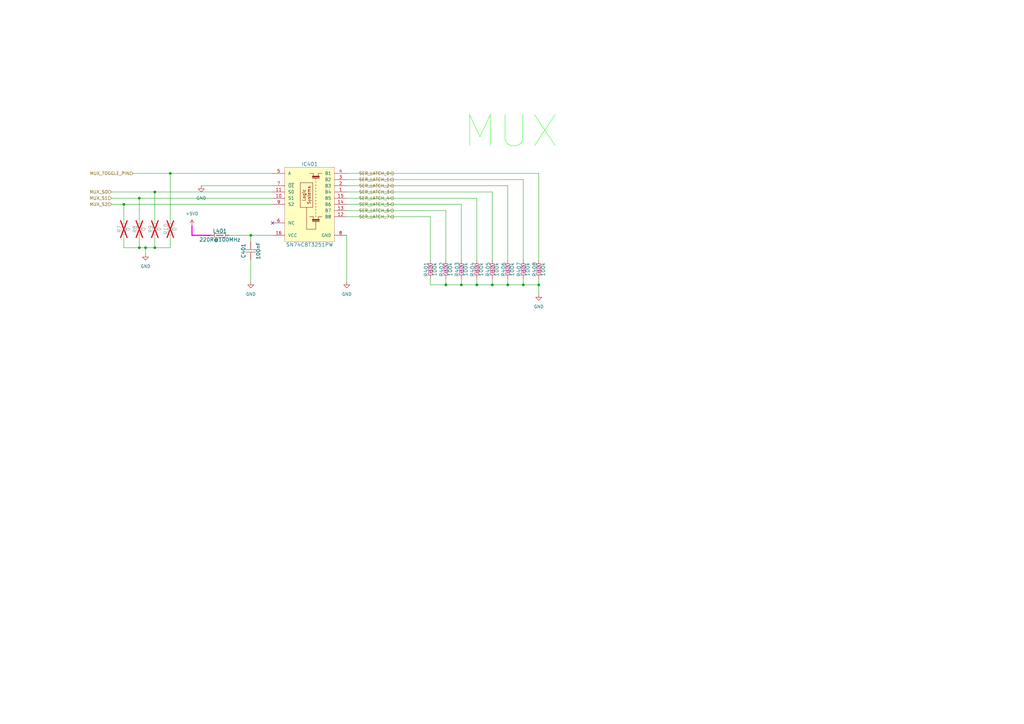
<source format=kicad_sch>
(kicad_sch (version 20250114) (generator "eeschema") (generator_version "9.0")
  (paper "A3")
  (title_block (date "2025-04-16") (company "CERN") (comment 1 "Design by A. Jevtic"))
  (lib_symbols
    (symbol "CERN:Analog & Interface/SN74CBT3251PW" (pin_names (offset 1.27))
      (property "Reference" "IC" (at 10.16 1.27 0))
      (property "Value" "${DEVICE}" (at 10.16 -31.75 0))
      (symbol "Analog & Interface/SN74CBT3251PW_1_0"
        (polyline (pts (xy 6.35 -6.35) (xy 11.43 -6.35) (xy 11.43 -16.51) (xy 6.35 -16.51) (xy 6.35 -6.35)))
        (polyline (pts (xy 10.16 -2.54) (xy 11.684 -2.54)))
        (polyline (pts (xy 10.16 -20.32) (xy 11.684 -20.32)))
        (polyline (pts (xy 11.684 -3.81) (xy 11.684 -2.54)))
        (polyline (pts (xy 11.684 -21.59) (xy 11.684 -20.32)))
        (polyline (pts (xy 12.7 -4.572) (xy 12.7 -5.08)))
        (polyline (pts (xy 12.7 -5.842) (xy 12.7 -6.35)))
        (polyline (pts (xy 12.7 -7.112) (xy 12.7 -7.62)))
        (polyline (pts (xy 12.7 -8.382) (xy 12.7 -8.89)))
        (polyline (pts (xy 12.7 -9.652) (xy 12.7 -10.16)))
        (polyline (pts (xy 12.7 -10.922) (xy 12.7 -11.43)))
        (polyline (pts (xy 12.7 -12.192) (xy 12.7 -12.7)))
        (polyline (pts (xy 12.7 -13.462) (xy 12.7 -13.97)))
        (polyline (pts (xy 12.7 -14.732) (xy 12.7 -15.24)))
        (polyline (pts (xy 12.7 -16.002) (xy 12.7 -16.51)))
        (polyline (pts (xy 12.7 -17.272) (xy 12.7 -17.78)))
        (polyline (pts (xy 12.7 -18.542) (xy 12.7 -19.05)))
        (polyline (pts (xy 12.7 -19.812) (xy 12.7 -20.32)))
        (polyline (pts (xy 12.7 -22.352) (xy 12.7 -25.4)))
        (polyline (pts (xy 12.7 -25.4) (xy 8.89 -25.4) (xy 8.89 -16.51)))
        (polyline (pts (xy 13.716 -2.54) (xy 15.24 -2.54)))
        (polyline (pts (xy 13.716 -3.81) (xy 13.716 -2.54)))
        (polyline (pts (xy 13.716 -20.32) (xy 15.24 -20.32)))
        (polyline (pts (xy 13.716 -21.59) (xy 13.716 -20.32)))
        (rectangle (start 14.224 -3.556) (end 11.176 -4.064) (stroke (width -0.0001)) (fill (type outline)))
        (polyline (pts (xy 14.224 -4.572) (xy 14.224 -4.318) (xy 11.176 -4.318) (xy 11.176 -4.572) (xy 14.224 -4.572)) (stroke (width -0.0001)) (fill (type outline)))
        (rectangle (start 14.224 -21.336) (end 11.176 -21.844) (stroke (width -0.0001)) (fill (type outline)))
        (polyline (pts (xy 14.224 -22.352) (xy 14.224 -22.098) (xy 11.176 -22.098) (xy 11.176 -22.352) (xy 14.224 -22.352)) (stroke (width -0.0001)) (fill (type outline)))
        (rectangle (start 20.32 0) (end 0 -30.48) (stroke (width 0.0254) (color 128 0 0 1)) (fill (type background)))
        (text "Logic" (at 7.874 -11.43 900) (effects (font (size 1.2192 1.2192))))
        (text "Systems" (at 9.906 -11.43 900) (effects (font (size 1.2192 1.2192))))
        (pin bidirectional line (at -5.08 -2.54 0) (length 5.08) (name "A") (number "5"))
        (pin input line (at -5.08 -7.62 0) (length 5.08) (name "~{OE}") (number "7"))
        (pin input line (at -5.08 -10.16 0) (length 5.08) (name "S0") (number "11"))
        (pin input line (at -5.08 -12.7 0) (length 5.08) (name "S1") (number "10"))
        (pin input line (at -5.08 -15.24 0) (length 5.08) (name "S2") (number "9"))
        (pin passive line (at -5.08 -22.86 0) (length 5.08) (name "NC") (number "6"))
        (pin power_in line (at -5.08 -27.94 0) (length 5.08) (name "VCC") (number "16"))
        (pin bidirectional line (at 25.4 -2.54 180) (length 5.08) (name "B1") (number "4"))
        (pin bidirectional line (at 25.4 -5.08 180) (length 5.08) (name "B2") (number "3"))
        (pin bidirectional line (at 25.4 -7.62 180) (length 5.08) (name "B3") (number "2"))
        (pin bidirectional line (at 25.4 -10.16 180) (length 5.08) (name "B4") (number "1"))
        (pin bidirectional line (at 25.4 -12.7 180) (length 5.08) (name "B5") (number "15"))
        (pin bidirectional line (at 25.4 -15.24 180) (length 5.08) (name "B6") (number "14"))
        (pin bidirectional line (at 25.4 -17.78 180) (length 5.08) (name "B7") (number "13"))
        (pin bidirectional line (at 25.4 -20.32 180) (length 5.08) (name "B8") (number "12"))
        (pin power_in line (at 25.4 -27.94 180) (length 5.08) (name "GND") (number "8"))
      )
    )
    (symbol "CERN:Capacitors SMD/CC0402_100NF_25V_10%_X7R_YUDEN_TMK105B7104KVHF" (pin_numbers (hide yes)) (pin_names (offset 1.27) (hide yes))
      (property "Reference" "C" (at 3.81 3.048 0))
      (property "Value" "100nF" (at 3.81 -3.048 0))
      (symbol "Capacitors SMD/CC0402_100NF_25V_10%_X7R_YUDEN_TMK105B7104KVHF_1_0"
        (polyline (pts (xy 2.54 0) (xy 3.302 0)))
        (polyline (pts (xy 3.302 -2.032) (xy 3.302 2.032)))
        (polyline (pts (xy 4.318 2.032) (xy 4.318 -2.032)))
        (polyline (pts (xy 5.08 0) (xy 4.318 0)))
        (pin passive line (at 0 0 0) (length 2.54) (name "1") (number "1"))
        (pin passive line (at 7.62 0 180) (length 2.54) (name "2") (number "2"))
      )
    )
    (symbol "CERN:Inductors SMD/IND0603_MURATA_BLM18SG221TN1 [alt]" (pin_numbers (hide yes)) (pin_names (offset 1.27) (hide yes))
      (property "Reference" "L" (at 3.81 1.778 0))
      (property "Value" "220R@100MHz" (at 3.81 -1.778 0))
      (symbol "Inductors SMD/IND0603_MURATA_BLM18SG221TN1 [alt]_1_0"
        (polyline (pts (xy 1.524 0.762) (xy 1.524 -0.762)))
        (polyline (pts (xy 1.524 -0.762) (xy 6.096 -0.762)))
        (rectangle (start 5.334 0.127) (end 2.286 -0.127) (stroke (width -0.0001)) (fill (type outline)))
        (polyline (pts (xy 6.096 0.762) (xy 1.524 0.762)))
        (polyline (pts (xy 6.096 -0.762) (xy 6.096 0.762)))
        (pin passive line (at 0 0 0) (length 1.524) (name "1") (number "1"))
        (pin passive line (at 7.62 0 180) (length 1.524) (name "2") (number "2"))
      )
    )
    (symbol "CERN:Resistors SMD/R0402_0R_JUMPER" (pin_numbers (hide yes)) (pin_names (offset 1.27) (hide yes))
      (property "Reference" "R" (at 3.81 1.778 0))
      (property "Value" "0" (at 3.81 -1.778 0))
      (symbol "Resistors SMD/R0402_0R_JUMPER_1_0"
        (polyline (pts (xy 1.524 0.762) (xy 1.524 -0.762)))
        (polyline (pts (xy 1.524 -0.762) (xy 6.096 -0.762)))
        (polyline (pts (xy 6.096 0.762) (xy 1.524 0.762)))
        (polyline (pts (xy 6.096 -0.762) (xy 6.096 0.762)))
        (pin passive line (at 0 0 0) (length 1.524) (name "1") (number "1"))
        (pin passive line (at 7.62 0 180) (length 1.524) (name "2") (number "2"))
      )
    )
    (symbol "CERN:Resistors SMD/R0402_10K_0.1%_0.063W_25PPM" (pin_numbers (hide yes)) (pin_names (offset 1.27) (hide yes))
      (property "Reference" "R" (at 3.81 1.778 0))
      (property "Value" "10k" (at 3.81 -1.778 0))
      (property "Tolerance" "±0.1%" (at 3.81 0 0))
      (symbol "Resistors SMD/R0402_10K_0.1%_0.063W_25PPM_1_0"
        (polyline (pts (xy 1.524 0.762) (xy 1.524 -0.762)))
        (polyline (pts (xy 1.524 -0.762) (xy 6.096 -0.762)))
        (polyline (pts (xy 6.096 0.762) (xy 1.524 0.762)))
        (polyline (pts (xy 6.096 -0.762) (xy 6.096 0.762)))
        (pin passive line (at 0 0 0) (length 1.524) (name "1") (number "1"))
        (pin passive line (at 7.62 0 180) (length 1.524) (name "2") (number "2"))
      )
    )
    (symbol "power:+5VA" (power) (pin_numbers (hide yes)) (pin_names (offset 0) (hide yes))
      (property "Value" "+5VA" (at 0 3.556 0))
      (symbol "+5VA_0_1"
        (polyline (pts (xy -0.762 1.27) (xy 0 2.54)))
        (polyline (pts (xy 0 2.54) (xy 0.762 1.27)))
        (polyline (pts (xy 0 0) (xy 0 2.54)))
      )
      (symbol "+5VA_1_1"
        (pin power_in line (at 0 0 90) (length 0) (name "~") (number "1"))
      )
    )
    (symbol "power:GND" (power) (pin_numbers (hide yes)) (pin_names (offset 0) (hide yes))
      (property "Value" "GND" (at 0 -3.81 0))
      (symbol "GND_0_1"
        (polyline (pts (xy 0 0) (xy 0 -1.27) (xy 1.27 -1.27) (xy 0 -2.54) (xy -1.27 -1.27) (xy 0 -1.27)))
      )
      (symbol "GND_1_1"
        (pin power_in line (at 0 0 270) (length 0) (name "~") (number "1"))
      )
    )
  )
  (text "MUX\n" (at 209.55 54.102 0) (effects (font (size 12.7 12.7))))
  (junction (at 63.5 78.74))
  (junction (at 189.23 116.84))
  (junction (at 63.5 101.6))
  (junction (at 214.63 116.84))
  (junction (at 59.69 101.6))
  (junction (at 182.88 116.84))
  (junction (at 102.87 96.52))
  (junction (at 208.28 116.84))
  (junction (at 220.98 116.84))
  (junction (at 50.8 83.82))
  (junction (at 57.15 81.28))
  (junction (at 69.85 71.12))
  (junction (at 195.58 116.84))
  (junction (at 201.93 116.84))
  (junction (at 57.15 101.6))
  (no_connect (at 111.76 91.44))
  (wire (pts (xy 176.53 114.3) (xy 176.53 116.84)))
  (wire (pts (xy 220.98 71.12) (xy 220.98 106.68)))
  (wire (pts (xy 59.69 104.14) (xy 59.69 101.6)))
  (wire (pts (xy 50.8 83.82) (xy 111.76 83.82)))
  (wire (pts (xy 50.8 101.6) (xy 57.15 101.6)))
  (wire (pts (xy 63.5 101.6) (xy 63.5 97.79)))
  (wire (pts (xy 102.87 96.52) (xy 111.76 96.52)))
  (wire (pts (xy 69.85 90.17) (xy 69.85 71.12)))
  (wire (pts (xy 45.72 78.74) (xy 63.5 78.74)))
  (wire (pts (xy 69.85 97.79) (xy 69.85 101.6)))
  (wire (pts (xy 57.15 90.17) (xy 57.15 81.28)))
  (wire (pts (xy 189.23 116.84) (xy 195.58 116.84)))
  (wire (pts (xy 142.24 76.2) (xy 208.28 76.2)))
  (wire (pts (xy 189.23 83.82) (xy 189.23 106.68)))
  (wire (pts (xy 63.5 78.74) (xy 111.76 78.74)))
  (wire (pts (xy 45.72 81.28) (xy 57.15 81.28)))
  (wire (pts (xy 208.28 114.3) (xy 208.28 116.84)))
  (wire (pts (xy 54.61 71.12) (xy 69.85 71.12)))
  (wire (pts (xy 57.15 81.28) (xy 111.76 81.28)))
  (wire (pts (xy 214.63 73.66) (xy 214.63 106.68)))
  (wire (pts (xy 63.5 90.17) (xy 63.5 78.74)))
  (wire (pts (xy 45.72 83.82) (xy 50.8 83.82)))
  (wire (pts (xy 201.93 116.84) (xy 208.28 116.84)))
  (wire (pts (xy 214.63 114.3) (xy 214.63 116.84)))
  (wire (pts (xy 142.24 96.52) (xy 142.24 115.57)))
  (wire (pts (xy 78.74 92.71) (xy 78.74 96.52)) (stroke (width 0.508) (color 255 0 255 1)))
  (wire (pts (xy 142.24 81.28) (xy 195.58 81.28)))
  (wire (pts (xy 59.69 101.6) (xy 63.5 101.6)))
  (wire (pts (xy 82.55 76.2) (xy 111.76 76.2)))
  (wire (pts (xy 57.15 101.6) (xy 59.69 101.6)))
  (wire (pts (xy 142.24 88.9) (xy 176.53 88.9)))
  (wire (pts (xy 142.24 71.12) (xy 220.98 71.12)))
  (wire (pts (xy 69.85 71.12) (xy 111.76 71.12)))
  (wire (pts (xy 50.8 90.17) (xy 50.8 83.82)))
  (wire (pts (xy 182.88 116.84) (xy 189.23 116.84)))
  (wire (pts (xy 195.58 116.84) (xy 201.93 116.84)))
  (wire (pts (xy 102.87 106.68) (xy 102.87 115.57)))
  (wire (pts (xy 195.58 114.3) (xy 195.58 116.84)))
  (wire (pts (xy 201.93 114.3) (xy 201.93 116.84)))
  (wire (pts (xy 50.8 97.79) (xy 50.8 101.6)))
  (wire (pts (xy 182.88 86.36) (xy 182.88 106.68)))
  (wire (pts (xy 102.87 96.52) (xy 102.87 99.06)))
  (wire (pts (xy 93.98 96.52) (xy 102.87 96.52)))
  (wire (pts (xy 142.24 73.66) (xy 214.63 73.66)))
  (wire (pts (xy 208.28 76.2) (xy 208.28 106.68)))
  (wire (pts (xy 176.53 88.9) (xy 176.53 106.68)))
  (wire (pts (xy 214.63 116.84) (xy 220.98 116.84)))
  (wire (pts (xy 142.24 78.74) (xy 201.93 78.74)))
  (wire (pts (xy 142.24 86.36) (xy 182.88 86.36)))
  (wire (pts (xy 176.53 116.84) (xy 182.88 116.84)))
  (wire (pts (xy 189.23 114.3) (xy 189.23 116.84)))
  (wire (pts (xy 201.93 78.74) (xy 201.93 106.68)))
  (wire (pts (xy 220.98 116.84) (xy 220.98 120.65)))
  (wire (pts (xy 182.88 114.3) (xy 182.88 116.84)))
  (wire (pts (xy 208.28 116.84) (xy 214.63 116.84)))
  (wire (pts (xy 220.98 116.84) (xy 220.98 114.3)))
  (wire (pts (xy 69.85 101.6) (xy 63.5 101.6)))
  (wire (pts (xy 142.24 83.82) (xy 189.23 83.82)))
  (wire (pts (xy 195.58 81.28) (xy 195.58 106.68)))
  (wire (pts (xy 57.15 97.79) (xy 57.15 101.6)))
  (wire (pts (xy 78.74 96.52) (xy 86.36 96.52)) (stroke (width 0.508) (color 255 0 255 1)))
  (hierarchical_label "SER_LATCH_6" (shape output) (at 161.29 86.36 180))
  (hierarchical_label "MUX_S0" (shape input) (at 45.72 78.74 180))
  (hierarchical_label "MUX_S2" (shape input) (at 45.72 83.82 180))
  (hierarchical_label "SER_LATCH_5" (shape output) (at 161.29 83.82 180))
  (hierarchical_label "MUX_TOGGLE_PIN" (shape input) (at 54.61 71.12 180))
  (hierarchical_label "SER_LATCH_2" (shape output) (at 161.29 76.2 180))
  (hierarchical_label "SER_LATCH_1" (shape output) (at 161.29 73.66 180))
  (hierarchical_label "SER_LATCH_3" (shape output) (at 161.29 78.74 180))
  (hierarchical_label "MUX_S1" (shape input) (at 45.72 81.28 180))
  (hierarchical_label "SER_LATCH_0" (shape output) (at 161.29 71.12 180))
  (hierarchical_label "SER_LATCH_7" (shape output) (at 161.29 88.9 180))
  (hierarchical_label "SER_LATCH_4" (shape output) (at 161.29 81.28 180))
  (symbol (lib_id "power:GND") (at 102.87 115.57 0) (mirror y) (unit 1)
    (property "Reference" "#PWR0403" (effects (hide yes)))
    (property "Value" "GND" (at 102.87 120.65 0))
    (property "Description" "Power symbol creates a global label with name \"GND\" , ground" (effects (hide yes)))
  )
  (symbol (lib_id "power:GND") (at 142.24 115.57 0) (mirror y) (unit 1)
    (property "Reference" "#PWR0404" (effects (hide yes)))
    (property "Value" "GND" (at 142.24 120.65 0))
    (property "Description" "Power symbol creates a global label with name \"GND\" , ground" (effects (hide yes)))
  )
  (symbol (lib_id "CERN:Resistors SMD/R0402_0R_JUMPER") (at 57.15 97.79 90) (unit 1) (dnp yes)
    (property "Reference" "R8" (at 55.372 93.98 0) (effects (font (size 1.524 1.524))))
    (property "Value" "0" (at 58.928 93.98 0) (effects (font (size 1.524 1.524))))
    (property "Footprint" "Resistors SMD:RESC1005X40N" (effects (hide yes)))
    (property "Datasheet" "${CERN_DATASHEET_DIR}\\R0402_Phycomp_RC0402.pdf" (effects (hide yes)))
    (property "Description" "1A (0.05R Max DC Resistance) Zero Ohm Jumper" (effects (hide yes)))
    (property "Manufacturer" "GENERIC" (effects (hide yes)))
    (property "Comment" "0" (effects (hide yes)))
    (property "Component Kind" "Standard" (effects (hide yes)))
    (property "Component Type" "Standard" (effects (hide yes)))
    (property "Pin Count" "2" (effects (hide yes)))
    (property "Status" "Not Recommended" (effects (hide yes)))
    (property "Part Description" "1A (0.05R Max DC Resistance) Zero Ohm Jumper" (effects (hide yes)))
    (property "Manufacturer Part Number" "R0402_0R_JUMPER" (effects (hide yes)))
    (property "Case" "0402" (effects (hide yes)))
    (property "PressFit" "No" (effects (hide yes)))
    (property "Mounted" "Yes" (effects (hide yes)))
    (property "Sense" "No" (effects (hide yes)))
    (property "Socket" "No" (effects (hide yes)))
    (property "SMD" "Yes" (effects (hide yes)))
    (property "Manufacturer1 Example" "YAGEO PHYCOMP" (effects (hide yes)))
    (property "Manufacturer1 Part Number" "232270591001L" (effects (hide yes)))
    (property "Manufacturer1 ComponentHeight" "0.4mm" (effects (hide yes)))
    (property "HelpURL" "\\\\cern.ch\\dfs\\Applications\\Altium\\Datasheets\\R0402_Phycomp_RC0402.pdf" (effects (hide yes)))
    (property "Author" "CERN DEM JLC" (effects (hide yes)))
    (property "CreateDate" "2007-12-03 00:00:00 +0000" (effects (hide yes)))
    (property "LatestRevisionDate" "2012-10-17 00:00:00 +0000" (effects (hide yes)))
    (property "LibSymbol" "Resistors:Resistor" (effects (hide yes)))
    (property "LibFootprint" "Resistors SMD:RESC1005X40N" (effects (hide yes)))
    (property "Part Number" "R0402_0R_JUMPER" (effects (hide yes)))
    (property "Database Name" "Resistors" (effects (hide yes)))
    (property "Database Table Name" "Resistors SMD" (effects (hide yes)))
    (property "Part Number Nocolon" "R0402_0R_JUMPER" (effects (hide yes)))
  )
  (symbol (lib_id "CERN:Resistors SMD/R0402_10K_0.1%_0.063W_25PPM") (at 220.98 114.3 90) (unit 1)
    (property "Reference" "R408" (at 219.202 110.49 0) (effects (font (size 1.524 1.524))))
    (property "Value" "100k" (at 222.758 110.49 0) (effects (font (size 1.524 1.524))))
    (property "Footprint" "Resistors SMD:RESC1005X35N" (effects (hide yes)))
    (property "Datasheet" "${CERN_DATASHEET_DIR}\\R0402_TYCO_CPF.pdf" (effects (hide yes)))
    (property "Description" "Thin Film Precision Resistor" (effects (hide yes)))
    (property "Tolerance" "±0.1%" (at 220.98 110.49 0) (effects (font (size 0.762 0.762))))
    (property "Manufacturer" "GENERIC" (effects (hide yes)))
    (property "Comment" "10k" (effects (hide yes)))
    (property "Component Kind" "Standard" (effects (hide yes)))
    (property "Component Type" "Standard" (effects (hide yes)))
    (property "Pin Count" "2" (effects (hide yes)))
    (property "Status" "Not Recommended" (effects (hide yes)))
    (property "Power" "0.063W" (effects (hide yes)))
    (property "TC" "±25ppm/°C" (effects (hide yes)))
    (property "Part Description" "Thin Film Precision Resistor" (effects (hide yes)))
    (property "Manufacturer Part Number" "R0402_10K_0.1%_0.063W_25PPM" (effects (hide yes)))
    (property "Case" "0402" (effects (hide yes)))
    (property "PressFit" "No" (effects (hide yes)))
    (property "Mounted" "Yes" (effects (hide yes)))
    (property "Sense" "No" (effects (hide yes)))
    (property "Socket" "No" (effects (hide yes)))
    (property "SMD" "Yes" (effects (hide yes)))
    (property "Manufacturer1 Example" "TE CONNECTIVITY" (effects (hide yes)))
    (property "Manufacturer1 Part Number" "CPF0402B10KE" (effects (hide yes)))
    (property "Manufacturer1 ComponentHeight" "0.35mm" (effects (hide yes)))
    (property "HelpURL" "\\\\cern.ch\\dfs\\Applications\\Altium\\Datasheets\\R0402_TYCO_CPF.pdf" (effects (hide yes)))
    (property "Author" "CERN DEM JMW" (effects (hide yes)))
    (property "CreateDate" "2015-09-22 00:00:00 +0000" (effects (hide yes)))
    (property "LatestRevisionDate" "2015-09-22 00:00:00 +0000" (effects (hide yes)))
    (property "LibSymbol" "Resistors:Resistor - 0.1%" (effects (hide yes)))
    (property "LibFootprint" "Resistors SMD:RESC1005X35N" (effects (hide yes)))
    (property "Part Number" "R0402_10K_0.1%_0.063W_25PPM" (effects (hide yes)))
    (property "Database Name" "Resistors" (effects (hide yes)))
    (property "Database Table Name" "Resistors SMD" (effects (hide yes)))
    (property "Part Number Nocolon" "R0402_10K_0.1%_0.063W_25PPM" (effects (hide yes)))
  )
  (symbol (lib_id "CERN:Resistors SMD/R0402_0R_JUMPER") (at 50.8 97.79 90) (unit 1) (dnp yes)
    (property "Reference" "R7" (at 49.022 93.98 0) (effects (font (size 1.524 1.524))))
    (property "Value" "0" (at 52.578 93.98 0) (effects (font (size 1.524 1.524))))
    (property "Footprint" "Resistors SMD:RESC1005X40N" (effects (hide yes)))
    (property "Datasheet" "${CERN_DATASHEET_DIR}\\R0402_Phycomp_RC0402.pdf" (effects (hide yes)))
    (property "Description" "1A (0.05R Max DC Resistance) Zero Ohm Jumper" (effects (hide yes)))
    (property "Manufacturer" "GENERIC" (effects (hide yes)))
    (property "Comment" "0" (effects (hide yes)))
    (property "Component Kind" "Standard" (effects (hide yes)))
    (property "Component Type" "Standard" (effects (hide yes)))
    (property "Pin Count" "2" (effects (hide yes)))
    (property "Status" "Not Recommended" (effects (hide yes)))
    (property "Part Description" "1A (0.05R Max DC Resistance) Zero Ohm Jumper" (effects (hide yes)))
    (property "Manufacturer Part Number" "R0402_0R_JUMPER" (effects (hide yes)))
    (property "Case" "0402" (effects (hide yes)))
    (property "PressFit" "No" (effects (hide yes)))
    (property "Mounted" "Yes" (effects (hide yes)))
    (property "Sense" "No" (effects (hide yes)))
    (property "Socket" "No" (effects (hide yes)))
    (property "SMD" "Yes" (effects (hide yes)))
    (property "Manufacturer1 Example" "YAGEO PHYCOMP" (effects (hide yes)))
    (property "Manufacturer1 Part Number" "232270591001L" (effects (hide yes)))
    (property "Manufacturer1 ComponentHeight" "0.4mm" (effects (hide yes)))
    (property "HelpURL" "\\\\cern.ch\\dfs\\Applications\\Altium\\Datasheets\\R0402_Phycomp_RC0402.pdf" (effects (hide yes)))
    (property "Author" "CERN DEM JLC" (effects (hide yes)))
    (property "CreateDate" "2007-12-03 00:00:00 +0000" (effects (hide yes)))
    (property "LatestRevisionDate" "2012-10-17 00:00:00 +0000" (effects (hide yes)))
    (property "LibSymbol" "Resistors:Resistor" (effects (hide yes)))
    (property "LibFootprint" "Resistors SMD:RESC1005X40N" (effects (hide yes)))
    (property "Part Number" "R0402_0R_JUMPER" (effects (hide yes)))
    (property "Database Name" "Resistors" (effects (hide yes)))
    (property "Database Table Name" "Resistors SMD" (effects (hide yes)))
    (property "Part Number Nocolon" "R0402_0R_JUMPER" (effects (hide yes)))
  )
  (symbol (lib_id "power:+5VA") (at 78.74 92.71 0) (unit 1)
    (property "Reference" "#PWR0402" (effects (hide yes)))
    (property "Value" "+5VD" (at 78.74 87.63 0))
    (property "Description" "Power symbol creates a global label with name \"+5VA\"" (effects (hide yes)))
  )
  (symbol (lib_id "CERN:Resistors SMD/R0402_10K_0.1%_0.063W_25PPM") (at 182.88 114.3 90) (unit 1)
    (property "Reference" "R402" (at 181.102 110.49 0) (effects (font (size 1.524 1.524))))
    (property "Value" "100k" (at 184.658 110.49 0) (effects (font (size 1.524 1.524))))
    (property "Footprint" "Resistors SMD:RESC1005X35N" (effects (hide yes)))
    (property "Datasheet" "${CERN_DATASHEET_DIR}\\R0402_TYCO_CPF.pdf" (effects (hide yes)))
    (property "Description" "Thin Film Precision Resistor" (effects (hide yes)))
    (property "Tolerance" "±0.1%" (at 182.88 110.49 0) (effects (font (size 0.762 0.762))))
    (property "Manufacturer" "GENERIC" (effects (hide yes)))
    (property "Comment" "10k" (effects (hide yes)))
    (property "Component Kind" "Standard" (effects (hide yes)))
    (property "Component Type" "Standard" (effects (hide yes)))
    (property "Pin Count" "2" (effects (hide yes)))
    (property "Status" "Not Recommended" (effects (hide yes)))
    (property "Power" "0.063W" (effects (hide yes)))
    (property "TC" "±25ppm/°C" (effects (hide yes)))
    (property "Part Description" "Thin Film Precision Resistor" (effects (hide yes)))
    (property "Manufacturer Part Number" "R0402_10K_0.1%_0.063W_25PPM" (effects (hide yes)))
    (property "Case" "0402" (effects (hide yes)))
    (property "PressFit" "No" (effects (hide yes)))
    (property "Mounted" "Yes" (effects (hide yes)))
    (property "Sense" "No" (effects (hide yes)))
    (property "Socket" "No" (effects (hide yes)))
    (property "SMD" "Yes" (effects (hide yes)))
    (property "Manufacturer1 Example" "TE CONNECTIVITY" (effects (hide yes)))
    (property "Manufacturer1 Part Number" "CPF0402B10KE" (effects (hide yes)))
    (property "Manufacturer1 ComponentHeight" "0.35mm" (effects (hide yes)))
    (property "HelpURL" "\\\\cern.ch\\dfs\\Applications\\Altium\\Datasheets\\R0402_TYCO_CPF.pdf" (effects (hide yes)))
    (property "Author" "CERN DEM JMW" (effects (hide yes)))
    (property "CreateDate" "2015-09-22 00:00:00 +0000" (effects (hide yes)))
    (property "LatestRevisionDate" "2015-09-22 00:00:00 +0000" (effects (hide yes)))
    (property "LibSymbol" "Resistors:Resistor - 0.1%" (effects (hide yes)))
    (property "LibFootprint" "Resistors SMD:RESC1005X35N" (effects (hide yes)))
    (property "Part Number" "R0402_10K_0.1%_0.063W_25PPM" (effects (hide yes)))
    (property "Database Name" "Resistors" (effects (hide yes)))
    (property "Database Table Name" "Resistors SMD" (effects (hide yes)))
    (property "Part Number Nocolon" "R0402_10K_0.1%_0.063W_25PPM" (effects (hide yes)))
  )
  (symbol (lib_id "CERN:Capacitors SMD/CC0402_100NF_25V_10%_X7R_YUDEN_TMK105B7104KVHF") (at 102.87 106.68 90) (unit 1)
    (property "Reference" "C401" (at 99.822 102.87 0) (effects (font (size 1.524 1.524))))
    (property "Value" "100nF" (at 105.918 102.87 0) (effects (font (size 1.524 1.524))))
    (property "Footprint" "Capacitors SMD:CAPC1005X55N" (effects (hide yes)))
    (property "Datasheet" "${CERN_DATASHEET_DIR}\\CC0402_TAIYO-YUDEN_TMK105B7104KVHF.pdf" (effects (hide yes)))
    (property "Description" "SMD Multilayer Chip Ceramic Capacitor (High Dielectric Type) for Automotive / Industrial Applications" (effects (hide yes)))
    (property "Manufacturer" "TAIYO YUDEN" (effects (hide yes)))
    (property "Comment" "100nF" (effects (hide yes)))
    (property "Component Kind" "Standard" (effects (hide yes)))
    (property "Component Type" "Standard" (effects (hide yes)))
    (property "Pin Count" "2" (effects (hide yes)))
    (property "Status" "Not Recommended" (effects (hide yes)))
    (property "Voltage" "25V" (effects (hide yes)))
    (property "TC" "X7R" (effects (hide yes)))
    (property "Tolerance" "±10%" (effects (hide yes)))
    (property "Part Description" "SMD Multilayer Chip Ceramic Capacitor (High Dielectric Type) for Automotive / Industrial Applications" (effects (hide yes)))
    (property "Manufacturer Part Number" "TMK105B7104KVHF" (effects (hide yes)))
    (property "Case" "0402" (effects (hide yes)))
    (property "Mounted" "Yes" (effects (hide yes)))
    (property "Socket" "No" (effects (hide yes)))
    (property "SMD" "Yes" (effects (hide yes)))
    (property "Sense" "No" (effects (hide yes)))
    (property "ComponentHeight" "0.55mm" (effects (hide yes)))
    (property "HelpURL" "\\\\cern.ch\\dfs\\Applications\\Altium\\Datasheets\\CC0402_TAIYO-YUDEN_TMK105B7104KVHF.pdf" (effects (hide yes)))
    (property "Author" "CERN DEM JLC" (effects (hide yes)))
    (property "CreateDate" "2017-05-10 00:00:00 +0000" (effects (hide yes)))
    (property "LatestRevisionDate" "2017-05-10 00:00:00 +0000" (effects (hide yes)))
    (property "LibSymbol" "Capacitors:Capacitor - non polarized" (effects (hide yes)))
    (property "LibFootprint" "Capacitors SMD:CAPC1005X55N" (effects (hide yes)))
    (property "Part Number" "CC0402_100NF_25V_10%_X7R_YUDEN_TMK105B7104KVHF" (effects (hide yes)))
    (property "Database Name" "Capacitors" (effects (hide yes)))
    (property "Database Table Name" "Capacitors SMD" (effects (hide yes)))
    (property "Part Number Nocolon" "CC0402_100NF_25V_10%_X7R_YUDEN_TMK105B7104KVHF" (effects (hide yes)))
  )
  (symbol (lib_id "CERN:Resistors SMD/R0402_0R_JUMPER") (at 63.5 97.79 90) (unit 1) (dnp yes)
    (property "Reference" "R9" (at 61.722 93.98 0) (effects (font (size 1.524 1.524))))
    (property "Value" "0" (at 65.278 93.98 0) (effects (font (size 1.524 1.524))))
    (property "Footprint" "Resistors SMD:RESC1005X40N" (effects (hide yes)))
    (property "Datasheet" "${CERN_DATASHEET_DIR}\\R0402_Phycomp_RC0402.pdf" (effects (hide yes)))
    (property "Description" "1A (0.05R Max DC Resistance) Zero Ohm Jumper" (effects (hide yes)))
    (property "Manufacturer" "GENERIC" (effects (hide yes)))
    (property "Comment" "0" (effects (hide yes)))
    (property "Component Kind" "Standard" (effects (hide yes)))
    (property "Component Type" "Standard" (effects (hide yes)))
    (property "Pin Count" "2" (effects (hide yes)))
    (property "Status" "Not Recommended" (effects (hide yes)))
    (property "Part Description" "1A (0.05R Max DC Resistance) Zero Ohm Jumper" (effects (hide yes)))
    (property "Manufacturer Part Number" "R0402_0R_JUMPER" (effects (hide yes)))
    (property "Case" "0402" (effects (hide yes)))
    (property "PressFit" "No" (effects (hide yes)))
    (property "Mounted" "Yes" (effects (hide yes)))
    (property "Sense" "No" (effects (hide yes)))
    (property "Socket" "No" (effects (hide yes)))
    (property "SMD" "Yes" (effects (hide yes)))
    (property "Manufacturer1 Example" "YAGEO PHYCOMP" (effects (hide yes)))
    (property "Manufacturer1 Part Number" "232270591001L" (effects (hide yes)))
    (property "Manufacturer1 ComponentHeight" "0.4mm" (effects (hide yes)))
    (property "HelpURL" "\\\\cern.ch\\dfs\\Applications\\Altium\\Datasheets\\R0402_Phycomp_RC0402.pdf" (effects (hide yes)))
    (property "Author" "CERN DEM JLC" (effects (hide yes)))
    (property "CreateDate" "2007-12-03 00:00:00 +0000" (effects (hide yes)))
    (property "LatestRevisionDate" "2012-10-17 00:00:00 +0000" (effects (hide yes)))
    (property "LibSymbol" "Resistors:Resistor" (effects (hide yes)))
    (property "LibFootprint" "Resistors SMD:RESC1005X40N" (effects (hide yes)))
    (property "Part Number" "R0402_0R_JUMPER" (effects (hide yes)))
    (property "Database Name" "Resistors" (effects (hide yes)))
    (property "Database Table Name" "Resistors SMD" (effects (hide yes)))
    (property "Part Number Nocolon" "R0402_0R_JUMPER" (effects (hide yes)))
  )
  (symbol (lib_id "CERN:Resistors SMD/R0402_10K_0.1%_0.063W_25PPM") (at 214.63 114.3 90) (unit 1)
    (property "Reference" "R407" (at 212.852 110.49 0) (effects (font (size 1.524 1.524))))
    (property "Value" "100k" (at 216.408 110.49 0) (effects (font (size 1.524 1.524))))
    (property "Footprint" "Resistors SMD:RESC1005X35N" (effects (hide yes)))
    (property "Datasheet" "${CERN_DATASHEET_DIR}\\R0402_TYCO_CPF.pdf" (effects (hide yes)))
    (property "Description" "Thin Film Precision Resistor" (effects (hide yes)))
    (property "Tolerance" "±0.1%" (at 214.63 110.49 0) (effects (font (size 0.762 0.762))))
    (property "Manufacturer" "GENERIC" (effects (hide yes)))
    (property "Comment" "10k" (effects (hide yes)))
    (property "Component Kind" "Standard" (effects (hide yes)))
    (property "Component Type" "Standard" (effects (hide yes)))
    (property "Pin Count" "2" (effects (hide yes)))
    (property "Status" "Not Recommended" (effects (hide yes)))
    (property "Power" "0.063W" (effects (hide yes)))
    (property "TC" "±25ppm/°C" (effects (hide yes)))
    (property "Part Description" "Thin Film Precision Resistor" (effects (hide yes)))
    (property "Manufacturer Part Number" "R0402_10K_0.1%_0.063W_25PPM" (effects (hide yes)))
    (property "Case" "0402" (effects (hide yes)))
    (property "PressFit" "No" (effects (hide yes)))
    (property "Mounted" "Yes" (effects (hide yes)))
    (property "Sense" "No" (effects (hide yes)))
    (property "Socket" "No" (effects (hide yes)))
    (property "SMD" "Yes" (effects (hide yes)))
    (property "Manufacturer1 Example" "TE CONNECTIVITY" (effects (hide yes)))
    (property "Manufacturer1 Part Number" "CPF0402B10KE" (effects (hide yes)))
    (property "Manufacturer1 ComponentHeight" "0.35mm" (effects (hide yes)))
    (property "HelpURL" "\\\\cern.ch\\dfs\\Applications\\Altium\\Datasheets\\R0402_TYCO_CPF.pdf" (effects (hide yes)))
    (property "Author" "CERN DEM JMW" (effects (hide yes)))
    (property "CreateDate" "2015-09-22 00:00:00 +0000" (effects (hide yes)))
    (property "LatestRevisionDate" "2015-09-22 00:00:00 +0000" (effects (hide yes)))
    (property "LibSymbol" "Resistors:Resistor - 0.1%" (effects (hide yes)))
    (property "LibFootprint" "Resistors SMD:RESC1005X35N" (effects (hide yes)))
    (property "Part Number" "R0402_10K_0.1%_0.063W_25PPM" (effects (hide yes)))
    (property "Database Name" "Resistors" (effects (hide yes)))
    (property "Database Table Name" "Resistors SMD" (effects (hide yes)))
    (property "Part Number Nocolon" "R0402_10K_0.1%_0.063W_25PPM" (effects (hide yes)))
  )
  (symbol (lib_id "CERN:Resistors SMD/R0402_10K_0.1%_0.063W_25PPM") (at 189.23 114.3 90) (unit 1)
    (property "Reference" "R403" (at 187.452 110.49 0) (effects (font (size 1.524 1.524))))
    (property "Value" "100k" (at 191.008 110.49 0) (effects (font (size 1.524 1.524))))
    (property "Footprint" "Resistors SMD:RESC1005X35N" (effects (hide yes)))
    (property "Datasheet" "${CERN_DATASHEET_DIR}\\R0402_TYCO_CPF.pdf" (effects (hide yes)))
    (property "Description" "Thin Film Precision Resistor" (effects (hide yes)))
    (property "Tolerance" "±0.1%" (at 189.23 110.49 0) (effects (font (size 0.762 0.762))))
    (property "Manufacturer" "GENERIC" (effects (hide yes)))
    (property "Comment" "10k" (effects (hide yes)))
    (property "Component Kind" "Standard" (effects (hide yes)))
    (property "Component Type" "Standard" (effects (hide yes)))
    (property "Pin Count" "2" (effects (hide yes)))
    (property "Status" "Not Recommended" (effects (hide yes)))
    (property "Power" "0.063W" (effects (hide yes)))
    (property "TC" "±25ppm/°C" (effects (hide yes)))
    (property "Part Description" "Thin Film Precision Resistor" (effects (hide yes)))
    (property "Manufacturer Part Number" "R0402_10K_0.1%_0.063W_25PPM" (effects (hide yes)))
    (property "Case" "0402" (effects (hide yes)))
    (property "PressFit" "No" (effects (hide yes)))
    (property "Mounted" "Yes" (effects (hide yes)))
    (property "Sense" "No" (effects (hide yes)))
    (property "Socket" "No" (effects (hide yes)))
    (property "SMD" "Yes" (effects (hide yes)))
    (property "Manufacturer1 Example" "TE CONNECTIVITY" (effects (hide yes)))
    (property "Manufacturer1 Part Number" "CPF0402B10KE" (effects (hide yes)))
    (property "Manufacturer1 ComponentHeight" "0.35mm" (effects (hide yes)))
    (property "HelpURL" "\\\\cern.ch\\dfs\\Applications\\Altium\\Datasheets\\R0402_TYCO_CPF.pdf" (effects (hide yes)))
    (property "Author" "CERN DEM JMW" (effects (hide yes)))
    (property "CreateDate" "2015-09-22 00:00:00 +0000" (effects (hide yes)))
    (property "LatestRevisionDate" "2015-09-22 00:00:00 +0000" (effects (hide yes)))
    (property "LibSymbol" "Resistors:Resistor - 0.1%" (effects (hide yes)))
    (property "LibFootprint" "Resistors SMD:RESC1005X35N" (effects (hide yes)))
    (property "Part Number" "R0402_10K_0.1%_0.063W_25PPM" (effects (hide yes)))
    (property "Database Name" "Resistors" (effects (hide yes)))
    (property "Database Table Name" "Resistors SMD" (effects (hide yes)))
    (property "Part Number Nocolon" "R0402_10K_0.1%_0.063W_25PPM" (effects (hide yes)))
  )
  (symbol (lib_id "CERN:Inductors SMD/IND0603_MURATA_BLM18SG221TN1 [alt]") (at 93.98 96.52 0) (mirror y) (unit 1)
    (property "Reference" "L401" (at 90.17 94.742 0) (effects (font (size 1.524 1.524))))
    (property "Value" "220R@100MHz" (at 90.17 98.298 0) (effects (font (size 1.524 1.524))))
    (property "Footprint" "Inductors SMD:INDC1608X95N" (effects (hide yes)))
    (property "Datasheet" "${CERN_DATASHEET_DIR}\\IND0603_MURATA_BLM18S.pdf" (effects (hide yes)))
    (property "Description" "SMD EMIFIL Suppression Chip Ferrite Bead" (effects (hide yes)))
    (property "Manufacturer" "MURATA" (effects (hide yes)))
    (property "Comment" "220R@100MHz" (effects (hide yes)))
    (property "Component Kind" "Standard" (effects (hide yes)))
    (property "Component Type" "Standard" (effects (hide yes)))
    (property "Pin Count" "2" (effects (hide yes)))
    (property "Power" "2.5A" (effects (hide yes)))
    (property "Resistance" "0.04R" (effects (hide yes)))
    (property "Tolerance" "±25%" (effects (hide yes)))
    (property "Part Description" "SMD EMIFIL Suppression Chip Ferrite Bead" (effects (hide yes)))
    (property "Manufacturer Part Number" "BLM18SG221TN1" (effects (hide yes)))
    (property "Case" "0603" (effects (hide yes)))
    (property "Mounted" "Yes" (effects (hide yes)))
    (property "Socket" "No" (effects (hide yes)))
    (property "SMD" "Yes" (effects (hide yes)))
    (property "Sense" "No" (effects (hide yes)))
    (property "ComponentHeight" "0.95mm" (effects (hide yes)))
    (property "HelpURL" "\\\\cern.ch\\dfs\\Applications\\Altium\\Datasheets\\IND0603_MURATA_BLM18S.pdf" (effects (hide yes)))
    (property "Author" "CERN DEM MR" (effects (hide yes)))
    (property "CreateDate" "2016-01-08 00:00:00 +0000" (effects (hide yes)))
    (property "LatestRevisionDate" "2018-10-25 00:00:00 +0000" (effects (hide yes)))
    (property "LibSymbol" "Inductors & Transformers:Ferrite Bead [alt]" (effects (hide yes)))
    (property "LibFootprint" "Inductors SMD:INDC1608X95N" (effects (hide yes)))
    (property "Part Number" "IND0603_MURATA_BLM18SG221TN1" (effects (hide yes)))
    (property "Database Name" "Inductors & Transformers" (effects (hide yes)))
    (property "Database Table Name" "Inductors SMD" (effects (hide yes)))
    (property "Part Number Nocolon" "IND0603_MURATA_BLM18SG221TN1 [alt]" (effects (hide yes)))
  )
  (symbol (lib_id "power:GND") (at 59.69 104.14 0) (mirror y) (unit 1)
    (property "Reference" "#PWR07" (effects (hide yes)))
    (property "Value" "GND" (at 59.69 109.22 0))
    (property "Description" "Power symbol creates a global label with name \"GND\" , ground" (effects (hide yes)))
  )
  (symbol (lib_id "CERN:Resistors SMD/R0402_10K_0.1%_0.063W_25PPM") (at 176.53 114.3 90) (unit 1)
    (property "Reference" "R401" (at 174.752 110.49 0) (effects (font (size 1.524 1.524))))
    (property "Value" "100k" (at 178.308 110.49 0) (effects (font (size 1.524 1.524))))
    (property "Footprint" "Resistors SMD:RESC1005X35N" (effects (hide yes)))
    (property "Datasheet" "${CERN_DATASHEET_DIR}\\R0402_TYCO_CPF.pdf" (effects (hide yes)))
    (property "Description" "Thin Film Precision Resistor" (effects (hide yes)))
    (property "Tolerance" "±0.1%" (at 176.53 110.49 0) (effects (font (size 0.762 0.762))))
    (property "Manufacturer" "GENERIC" (effects (hide yes)))
    (property "Comment" "10k" (effects (hide yes)))
    (property "Component Kind" "Standard" (effects (hide yes)))
    (property "Component Type" "Standard" (effects (hide yes)))
    (property "Pin Count" "2" (effects (hide yes)))
    (property "Status" "Not Recommended" (effects (hide yes)))
    (property "Power" "0.063W" (effects (hide yes)))
    (property "TC" "±25ppm/°C" (effects (hide yes)))
    (property "Part Description" "Thin Film Precision Resistor" (effects (hide yes)))
    (property "Manufacturer Part Number" "R0402_10K_0.1%_0.063W_25PPM" (effects (hide yes)))
    (property "Case" "0402" (effects (hide yes)))
    (property "PressFit" "No" (effects (hide yes)))
    (property "Mounted" "Yes" (effects (hide yes)))
    (property "Sense" "No" (effects (hide yes)))
    (property "Socket" "No" (effects (hide yes)))
    (property "SMD" "Yes" (effects (hide yes)))
    (property "Manufacturer1 Example" "TE CONNECTIVITY" (effects (hide yes)))
    (property "Manufacturer1 Part Number" "CPF0402B10KE" (effects (hide yes)))
    (property "Manufacturer1 ComponentHeight" "0.35mm" (effects (hide yes)))
    (property "HelpURL" "\\\\cern.ch\\dfs\\Applications\\Altium\\Datasheets\\R0402_TYCO_CPF.pdf" (effects (hide yes)))
    (property "Author" "CERN DEM JMW" (effects (hide yes)))
    (property "CreateDate" "2015-09-22 00:00:00 +0000" (effects (hide yes)))
    (property "LatestRevisionDate" "2015-09-22 00:00:00 +0000" (effects (hide yes)))
    (property "LibSymbol" "Resistors:Resistor - 0.1%" (effects (hide yes)))
    (property "LibFootprint" "Resistors SMD:RESC1005X35N" (effects (hide yes)))
    (property "Part Number" "R0402_10K_0.1%_0.063W_25PPM" (effects (hide yes)))
    (property "Database Name" "Resistors" (effects (hide yes)))
    (property "Database Table Name" "Resistors SMD" (effects (hide yes)))
    (property "Part Number Nocolon" "R0402_10K_0.1%_0.063W_25PPM" (effects (hide yes)))
  )
  (symbol (lib_id "power:GND") (at 82.55 76.2 0) (mirror y) (unit 1)
    (property "Reference" "#PWR0401" (effects (hide yes)))
    (property "Value" "GND" (at 82.55 81.28 0))
    (property "Description" "Power symbol creates a global label with name \"GND\" , ground" (effects (hide yes)))
  )
  (symbol (lib_id "CERN:Resistors SMD/R0402_10K_0.1%_0.063W_25PPM") (at 208.28 114.3 90) (unit 1)
    (property "Reference" "R406" (at 206.502 110.49 0) (effects (font (size 1.524 1.524))))
    (property "Value" "100k" (at 210.058 110.49 0) (effects (font (size 1.524 1.524))))
    (property "Footprint" "Resistors SMD:RESC1005X35N" (effects (hide yes)))
    (property "Datasheet" "${CERN_DATASHEET_DIR}\\R0402_TYCO_CPF.pdf" (effects (hide yes)))
    (property "Description" "Thin Film Precision Resistor" (effects (hide yes)))
    (property "Tolerance" "±0.1%" (at 208.28 110.49 0) (effects (font (size 0.762 0.762))))
    (property "Manufacturer" "GENERIC" (effects (hide yes)))
    (property "Comment" "10k" (effects (hide yes)))
    (property "Component Kind" "Standard" (effects (hide yes)))
    (property "Component Type" "Standard" (effects (hide yes)))
    (property "Pin Count" "2" (effects (hide yes)))
    (property "Status" "Not Recommended" (effects (hide yes)))
    (property "Power" "0.063W" (effects (hide yes)))
    (property "TC" "±25ppm/°C" (effects (hide yes)))
    (property "Part Description" "Thin Film Precision Resistor" (effects (hide yes)))
    (property "Manufacturer Part Number" "R0402_10K_0.1%_0.063W_25PPM" (effects (hide yes)))
    (property "Case" "0402" (effects (hide yes)))
    (property "PressFit" "No" (effects (hide yes)))
    (property "Mounted" "Yes" (effects (hide yes)))
    (property "Sense" "No" (effects (hide yes)))
    (property "Socket" "No" (effects (hide yes)))
    (property "SMD" "Yes" (effects (hide yes)))
    (property "Manufacturer1 Example" "TE CONNECTIVITY" (effects (hide yes)))
    (property "Manufacturer1 Part Number" "CPF0402B10KE" (effects (hide yes)))
    (property "Manufacturer1 ComponentHeight" "0.35mm" (effects (hide yes)))
    (property "HelpURL" "\\\\cern.ch\\dfs\\Applications\\Altium\\Datasheets\\R0402_TYCO_CPF.pdf" (effects (hide yes)))
    (property "Author" "CERN DEM JMW" (effects (hide yes)))
    (property "CreateDate" "2015-09-22 00:00:00 +0000" (effects (hide yes)))
    (property "LatestRevisionDate" "2015-09-22 00:00:00 +0000" (effects (hide yes)))
    (property "LibSymbol" "Resistors:Resistor - 0.1%" (effects (hide yes)))
    (property "LibFootprint" "Resistors SMD:RESC1005X35N" (effects (hide yes)))
    (property "Part Number" "R0402_10K_0.1%_0.063W_25PPM" (effects (hide yes)))
    (property "Database Name" "Resistors" (effects (hide yes)))
    (property "Database Table Name" "Resistors SMD" (effects (hide yes)))
    (property "Part Number Nocolon" "R0402_10K_0.1%_0.063W_25PPM" (effects (hide yes)))
  )
  (symbol (lib_id "CERN:Resistors SMD/R0402_10K_0.1%_0.063W_25PPM") (at 201.93 114.3 90) (unit 1)
    (property "Reference" "R405" (at 200.152 110.49 0) (effects (font (size 1.524 1.524))))
    (property "Value" "100k" (at 203.708 110.49 0) (effects (font (size 1.524 1.524))))
    (property "Footprint" "Resistors SMD:RESC1005X35N" (effects (hide yes)))
    (property "Datasheet" "${CERN_DATASHEET_DIR}\\R0402_TYCO_CPF.pdf" (effects (hide yes)))
    (property "Description" "Thin Film Precision Resistor" (effects (hide yes)))
    (property "Tolerance" "±0.1%" (at 201.93 110.49 0) (effects (font (size 0.762 0.762))))
    (property "Manufacturer" "GENERIC" (effects (hide yes)))
    (property "Comment" "10k" (effects (hide yes)))
    (property "Component Kind" "Standard" (effects (hide yes)))
    (property "Component Type" "Standard" (effects (hide yes)))
    (property "Pin Count" "2" (effects (hide yes)))
    (property "Status" "Not Recommended" (effects (hide yes)))
    (property "Power" "0.063W" (effects (hide yes)))
    (property "TC" "±25ppm/°C" (effects (hide yes)))
    (property "Part Description" "Thin Film Precision Resistor" (effects (hide yes)))
    (property "Manufacturer Part Number" "R0402_10K_0.1%_0.063W_25PPM" (effects (hide yes)))
    (property "Case" "0402" (effects (hide yes)))
    (property "PressFit" "No" (effects (hide yes)))
    (property "Mounted" "Yes" (effects (hide yes)))
    (property "Sense" "No" (effects (hide yes)))
    (property "Socket" "No" (effects (hide yes)))
    (property "SMD" "Yes" (effects (hide yes)))
    (property "Manufacturer1 Example" "TE CONNECTIVITY" (effects (hide yes)))
    (property "Manufacturer1 Part Number" "CPF0402B10KE" (effects (hide yes)))
    (property "Manufacturer1 ComponentHeight" "0.35mm" (effects (hide yes)))
    (property "HelpURL" "\\\\cern.ch\\dfs\\Applications\\Altium\\Datasheets\\R0402_TYCO_CPF.pdf" (effects (hide yes)))
    (property "Author" "CERN DEM JMW" (effects (hide yes)))
    (property "CreateDate" "2015-09-22 00:00:00 +0000" (effects (hide yes)))
    (property "LatestRevisionDate" "2015-09-22 00:00:00 +0000" (effects (hide yes)))
    (property "LibSymbol" "Resistors:Resistor - 0.1%" (effects (hide yes)))
    (property "LibFootprint" "Resistors SMD:RESC1005X35N" (effects (hide yes)))
    (property "Part Number" "R0402_10K_0.1%_0.063W_25PPM" (effects (hide yes)))
    (property "Database Name" "Resistors" (effects (hide yes)))
    (property "Database Table Name" "Resistors SMD" (effects (hide yes)))
    (property "Part Number Nocolon" "R0402_10K_0.1%_0.063W_25PPM" (effects (hide yes)))
  )
  (symbol (lib_id "CERN:Resistors SMD/R0402_10K_0.1%_0.063W_25PPM") (at 195.58 114.3 90) (unit 1)
    (property "Reference" "R404" (at 193.802 110.49 0) (effects (font (size 1.524 1.524))))
    (property "Value" "100k" (at 197.358 110.49 0) (effects (font (size 1.524 1.524))))
    (property "Footprint" "Resistors SMD:RESC1005X35N" (effects (hide yes)))
    (property "Datasheet" "${CERN_DATASHEET_DIR}\\R0402_TYCO_CPF.pdf" (effects (hide yes)))
    (property "Description" "Thin Film Precision Resistor" (effects (hide yes)))
    (property "Tolerance" "±0.1%" (at 195.58 110.49 0) (effects (font (size 0.762 0.762))))
    (property "Manufacturer" "GENERIC" (effects (hide yes)))
    (property "Comment" "10k" (effects (hide yes)))
    (property "Component Kind" "Standard" (effects (hide yes)))
    (property "Component Type" "Standard" (effects (hide yes)))
    (property "Pin Count" "2" (effects (hide yes)))
    (property "Status" "Not Recommended" (effects (hide yes)))
    (property "Power" "0.063W" (effects (hide yes)))
    (property "TC" "±25ppm/°C" (effects (hide yes)))
    (property "Part Description" "Thin Film Precision Resistor" (effects (hide yes)))
    (property "Manufacturer Part Number" "R0402_10K_0.1%_0.063W_25PPM" (effects (hide yes)))
    (property "Case" "0402" (effects (hide yes)))
    (property "PressFit" "No" (effects (hide yes)))
    (property "Mounted" "Yes" (effects (hide yes)))
    (property "Sense" "No" (effects (hide yes)))
    (property "Socket" "No" (effects (hide yes)))
    (property "SMD" "Yes" (effects (hide yes)))
    (property "Manufacturer1 Example" "TE CONNECTIVITY" (effects (hide yes)))
    (property "Manufacturer1 Part Number" "CPF0402B10KE" (effects (hide yes)))
    (property "Manufacturer1 ComponentHeight" "0.35mm" (effects (hide yes)))
    (property "HelpURL" "\\\\cern.ch\\dfs\\Applications\\Altium\\Datasheets\\R0402_TYCO_CPF.pdf" (effects (hide yes)))
    (property "Author" "CERN DEM JMW" (effects (hide yes)))
    (property "CreateDate" "2015-09-22 00:00:00 +0000" (effects (hide yes)))
    (property "LatestRevisionDate" "2015-09-22 00:00:00 +0000" (effects (hide yes)))
    (property "LibSymbol" "Resistors:Resistor - 0.1%" (effects (hide yes)))
    (property "LibFootprint" "Resistors SMD:RESC1005X35N" (effects (hide yes)))
    (property "Part Number" "R0402_10K_0.1%_0.063W_25PPM" (effects (hide yes)))
    (property "Database Name" "Resistors" (effects (hide yes)))
    (property "Database Table Name" "Resistors SMD" (effects (hide yes)))
    (property "Part Number Nocolon" "R0402_10K_0.1%_0.063W_25PPM" (effects (hide yes)))
  )
  (symbol (lib_id "CERN:Resistors SMD/R0402_0R_JUMPER") (at 69.85 97.79 90) (unit 1) (dnp yes)
    (property "Reference" "R10" (at 68.072 93.98 0) (effects (font (size 1.524 1.524))))
    (property "Value" "0" (at 71.628 93.98 0) (effects (font (size 1.524 1.524))))
    (property "Footprint" "Resistors SMD:RESC1005X40N" (effects (hide yes)))
    (property "Datasheet" "${CERN_DATASHEET_DIR}\\R0402_Phycomp_RC0402.pdf" (effects (hide yes)))
    (property "Description" "1A (0.05R Max DC Resistance) Zero Ohm Jumper" (effects (hide yes)))
    (property "Manufacturer" "GENERIC" (effects (hide yes)))
    (property "Comment" "0" (effects (hide yes)))
    (property "Component Kind" "Standard" (effects (hide yes)))
    (property "Component Type" "Standard" (effects (hide yes)))
    (property "Pin Count" "2" (effects (hide yes)))
    (property "Status" "Not Recommended" (effects (hide yes)))
    (property "Part Description" "1A (0.05R Max DC Resistance) Zero Ohm Jumper" (effects (hide yes)))
    (property "Manufacturer Part Number" "R0402_0R_JUMPER" (effects (hide yes)))
    (property "Case" "0402" (effects (hide yes)))
    (property "PressFit" "No" (effects (hide yes)))
    (property "Mounted" "Yes" (effects (hide yes)))
    (property "Sense" "No" (effects (hide yes)))
    (property "Socket" "No" (effects (hide yes)))
    (property "SMD" "Yes" (effects (hide yes)))
    (property "Manufacturer1 Example" "YAGEO PHYCOMP" (effects (hide yes)))
    (property "Manufacturer1 Part Number" "232270591001L" (effects (hide yes)))
    (property "Manufacturer1 ComponentHeight" "0.4mm" (effects (hide yes)))
    (property "HelpURL" "\\\\cern.ch\\dfs\\Applications\\Altium\\Datasheets\\R0402_Phycomp_RC0402.pdf" (effects (hide yes)))
    (property "Author" "CERN DEM JLC" (effects (hide yes)))
    (property "CreateDate" "2007-12-03 00:00:00 +0000" (effects (hide yes)))
    (property "LatestRevisionDate" "2012-10-17 00:00:00 +0000" (effects (hide yes)))
    (property "LibSymbol" "Resistors:Resistor" (effects (hide yes)))
    (property "LibFootprint" "Resistors SMD:RESC1005X40N" (effects (hide yes)))
    (property "Part Number" "R0402_0R_JUMPER" (effects (hide yes)))
    (property "Database Name" "Resistors" (effects (hide yes)))
    (property "Database Table Name" "Resistors SMD" (effects (hide yes)))
    (property "Part Number Nocolon" "R0402_0R_JUMPER" (effects (hide yes)))
  )
  (symbol (lib_id "power:GND") (at 220.98 120.65 0) (unit 1)
    (property "Reference" "#PWR0405" (effects (hide yes)))
    (property "Value" "GND" (at 220.98 125.7647 0))
    (property "Description" "Power symbol creates a global label with name \"GND\" , ground" (effects (hide yes)))
  )
  (symbol (lib_id "CERN:Analog & Interface/SN74CBT3251PW") (at 116.84 68.58 0) (unit 1)
    (property "Reference" "IC401" (at 127 67.31 0) (effects (font (size 1.524 1.524))))
    (property "Value" "${DEVICE}" (at 127 100.33 0) (effects (font (size 1.524 1.524))))
    (property "Footprint" "ICs And Semiconductors SMD:SOP65P640X120-16N" (effects (hide yes)))
    (property "Datasheet" "${CERN_DATASHEET_DIR}\\SN74CBT3251.pdf" (effects (hide yes)))
    (property "Description" "1-of-8 FET Multiplexer and Demultiplexer" (effects (hide yes)))
    (property "Manufacturer" "TEXAS INSTRUMENTS" (effects (hide yes)))
    (property "Comment" "SN74CBT3251PW" (effects (hide yes)))
    (property "Component Kind" "Standard" (effects (hide yes)))
    (property "Component Type" "Standard" (effects (hide yes)))
    (property "Device" "SN74CBT3251PW" (effects (hide yes)))
    (property "PackageDescription" "SOP, 0.65mm Pitch; 16 Pin, 4.40mm W X 5.00mm L X 1.20mm H body, IPC Medium Density" (effects (hide yes)))
    (property "Part Description" "1-of-8 FET Multiplexer and Demultiplexer" (effects (hide yes)))
    (property "Manufacturer Part Number" "SN74CBT3251PW" (effects (hide yes)))
    (property "Pin Count" "16" (effects (hide yes)))
    (property "Case" "TSSOP16" (effects (hide yes)))
    (property "Mounted" "Yes" (effects (hide yes)))
    (property "Socket" "No" (effects (hide yes)))
    (property "SMD" "Yes" (effects (hide yes)))
    (property "PressFit" "No" (effects (hide yes)))
    (property "Sense" "No" (effects (hide yes)))
    (property "Bonding" "No" (effects (hide yes)))
    (property "ComponentHeight" "1.2mm" (effects (hide yes)))
    (property "Author" "CERN DEM HF" (effects (hide yes)))
    (property "HelpURL" "\\\\cern.ch\\dfs\\Applications\\Altium\\Datasheets\\SN74CBT3251.pdf" (effects (hide yes)))
    (property "CreateDate" "2025-04-10 00:00:00 +0000" (effects (hide yes)))
    (property "LatestRevisionDate" "2025-04-10 00:00:00 +0000" (effects (hide yes)))
    (property "LibSymbol" "Analog & Interface:SN74CBT3251" (effects (hide yes)))
    (property "LibFootprint" "ICs And Semiconductors SMD:SOP65P640X120-16N" (effects (hide yes)))
    (property "Part Number" "SN74CBT3251PW" (effects (hide yes)))
    (property "Database Name" "ICs And Semiconductors_Backup" (effects (hide yes)))
    (property "Database Table Name" "Analog & Interface" (effects (hide yes)))
    (property "Part Number Nocolon" "SN74CBT3251PW" (effects (hide yes)))
  )
)
</source>
